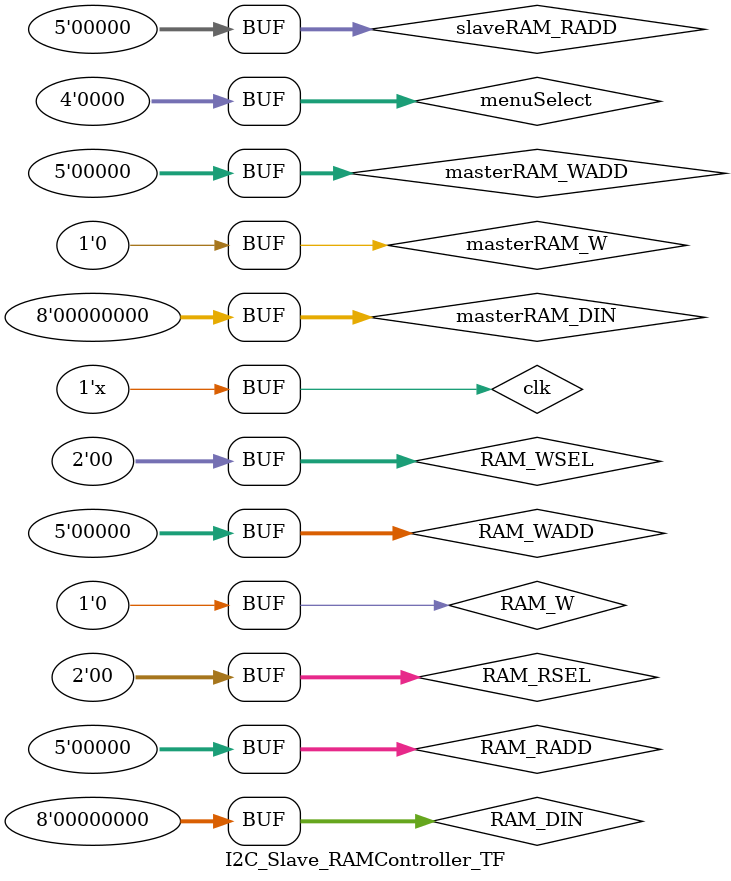
<source format=v>
`timescale 1ns / 1ps


module I2C_Slave_RAMController_TF;

	// Inputs
	reg [3:0] menuSelect;
	reg [1:0] RAM_RSEL;
	reg [1:0] RAM_WSEL;
	reg [4:0] RAM_RADD;
	reg [4:0] RAM_WADD;
	reg [7:0] RAM_DIN;
	reg RAM_W;
	reg [4:0] masterRAM_WADD;
	reg [7:0] masterRAM_DIN;
	reg masterRAM_W;
	reg [4:0] slaveRAM_RADD;
	reg clk;

	// Outputs
	wire [7:0] RAM_DOUT;
	wire [7:0] slaveRAM_DOUT;

	// Instantiate the Unit Under Test (UUT)
	I2C_Slave_RAMController uut (
		.RAM_DOUT(RAM_DOUT), 
		.slaveRAM_DOUT(slaveRAM_DOUT), 
		.menuSelect(menuSelect), 
		.RAM_RSEL(RAM_RSEL), 
		.RAM_WSEL(RAM_WSEL), 
		.RAM_RADD(RAM_RADD), 
		.RAM_WADD(RAM_WADD), 
		.RAM_DIN(RAM_DIN), 
		.RAM_W(RAM_W), 
		.masterRAM_WADD(masterRAM_WADD), 
		.masterRAM_DIN(masterRAM_DIN), 
		.masterRAM_W(masterRAM_W), 
		.slaveRAM_RADD(slaveRAM_RADD), 
		.clk(clk)
	);

	initial begin
		// Initialize Inputs
		menuSelect = 0;
		RAM_RSEL = 0;
		RAM_WSEL = 0;
		RAM_RADD = 0;
		RAM_WADD = 0;
		RAM_DIN = 0;
		RAM_W = 0;
		masterRAM_WADD = 0;
		masterRAM_DIN = 0;
		masterRAM_W = 0;
		slaveRAM_RADD = 0;
		clk = 1;

		// Wait 100 ns for global reset to finish
		#100;
        
		// Add stimulus here
		RAM_RSEL = 0;

	end
	
	always #2 clk = ~clk;
      
endmodule


</source>
